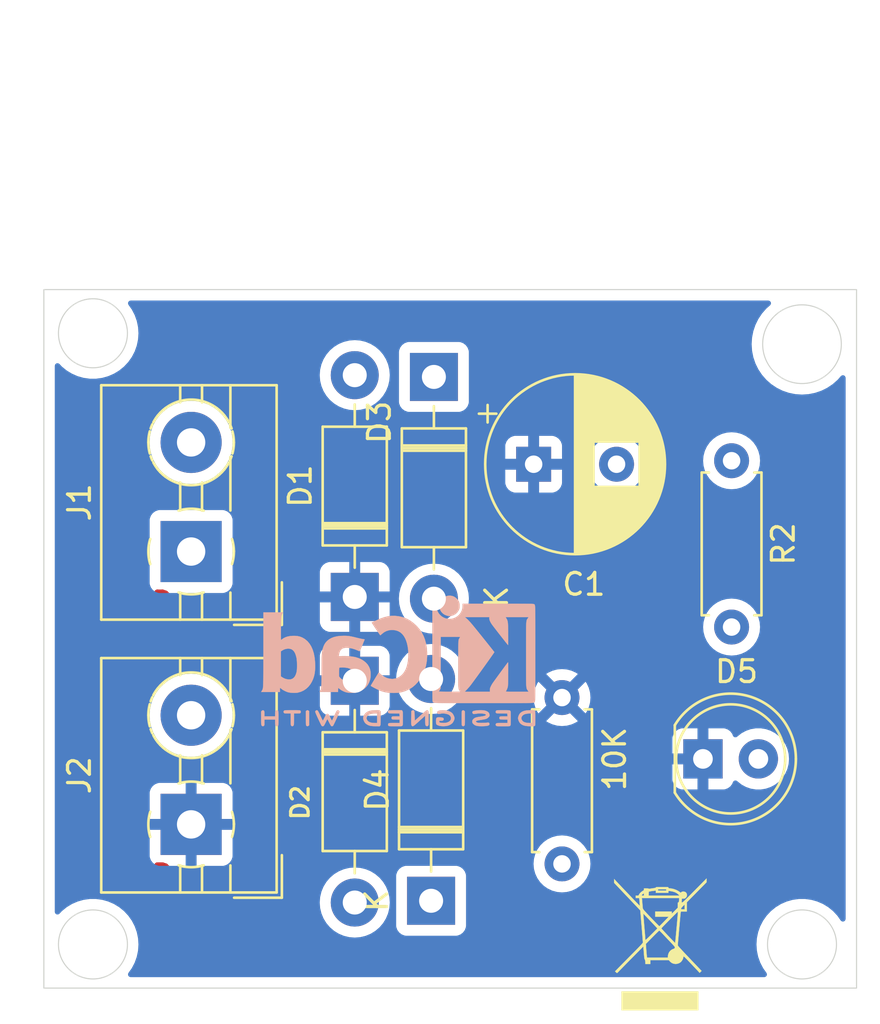
<source format=kicad_pcb>
(kicad_pcb (version 20240108) (generator "pcbnew") (generator_version "8.0")
  (layers (0 "F.Cu" signal) (31 "B.Cu" signal) (34 "B.Paste" user) (35 "F.Paste" user) (36 "B.SilkS" user "B.Silkscreen") (37 "F.SilkS" user "F.Silkscreen") (38 "B.Mask" user) (39 "F.Mask" user) (44 "Edge.Cuts" user))
  (net 0 "")
  (net 1 "/+VE")
  (net 2 "GND")
  (net 3 "Net-(D1-A)")
  (net 4 "Net-(D2-A)")
  (net 5 "Net-(D5-A)")
  (footprint "Resistor_THT:R_Axial_DIN0207_L6.3mm_D2.5mm_P7.62mm_Horizontal" (layer "F.Cu") (at 146.5 98.19 -90)
    (property "Reference" "10K" (at 2.81 -2.41 90) (layer "F.SilkS"))
    (property "Value" "10K" (hide yes))
    (pad "1" thru_hole circle (at 0 0 270) (size 1.6 1.6) (drill 0.8) (layers "*.Cu" "*.Mask") (net 2 "GND"))
    (pad "2" thru_hole oval (at 7.62 0 270) (size 1.6 1.6) (drill 0.8) (layers "*.Cu" "*.Mask") (net 1 "/+VE"))
  )
  (footprint "TerminalBlock:TerminalBlock_MaiXu_MX126-5.0-02P_1x02_P5.00mm" (layer "F.Cu") (at 129.5 104 90)
    (property "Reference" "J2" (at 2.25 -5.12 90) (layer "F.SilkS"))
    (property "Value" "OUTPUT")
    (pad "1" thru_hole rect (at 0 0 90) (size 2.8 2.8) (drill 1.3) (layers "*.Cu" "*.Mask") (net 2 "GND"))
    (pad "2" thru_hole circle (at 5 0 90) (size 2.8 2.8) (drill 1.3) (layers "*.Cu" "*.Mask") (net 1 "/+VE"))
  )
  (footprint "Diode_THT:D_DO-41_SOD81_P10.16mm_Horizontal" (layer "F.Cu") (at 137 97.42 -90)
    (property "Reference" "D2" (at 5.58 2.5 90) (layer "F.SilkS") (effects (font (size 0.8 0.8))))
    (property "Value" "1N4007" (hide yes))
    (pad "1" thru_hole rect (at 0 0 270) (size 2.2 2.2) (drill 1.1) (layers "*.Cu" "*.Mask") (net 2 "GND"))
    (pad "2" thru_hole oval (at 10.16 0 270) (size 2.2 2.2) (drill 1.1) (layers "*.Cu" "*.Mask") (net 4 "Net-(D2-A)"))
  )
  (footprint "Capacitor_THT:CP_Radial_D8.0mm_P3.80mm" (layer "F.Cu") (at 145.2 87.5)
    (property "Reference" "C1" (at 2.3 5.5 0) (layer "F.SilkS"))
    (property "Value" "C" (hide yes))
    (pad "1" thru_hole rect (at 0 0) (size 1.6 1.6) (drill 0.8) (layers "*.Cu" "*.Mask") (net 2 "GND"))
    (pad "2" thru_hole circle (at 3.8 0) (size 1.6 1.6) (drill 0.8) (layers "*.Cu" "*.Mask") (net 1 "/+VE"))
  )
  (footprint "LED_THT:LED_D5.0mm" (layer "F.Cu") (at 152.96 101)
    (property "Reference" "D5" (at 1.54 -4 0) (layer "F.SilkS"))
    (property "Value" "LED(5mm)")
    (pad "1" thru_hole rect (at 0 0) (size 1.8 1.8) (drill 0.9) (layers "*.Cu" "*.Mask") (net 2 "GND"))
    (pad "2" thru_hole circle (at 2.54 0) (size 1.8 1.8) (drill 0.9) (layers "*.Cu" "*.Mask") (net 5 "Net-(D5-A)"))
  )
  (footprint "TerminalBlock:TerminalBlock_MaiXu_MX126-5.0-02P_1x02_P5.00mm" (layer "F.Cu") (at 129.5 91.5 90)
    (property "Reference" "J1" (at 2.25 -5.12 90) (layer "F.SilkS"))
    (property "Value" "INPUT")
    (pad "1" thru_hole rect (at 0 0 90) (size 2.8 2.8) (drill 1.3) (layers "*.Cu" "*.Mask") (net 4 "Net-(D2-A)"))
    (pad "2" thru_hole circle (at 5 0 90) (size 2.8 2.8) (drill 1.3) (layers "*.Cu" "*.Mask") (net 3 "Net-(D1-A)"))
  )
  (footprint "Diode_THT:D_DO-41_SOD81_P10.16mm_Horizontal" (layer "F.Cu") (at 140.5 107.5 90)
    (property "Reference" "D4" (at 5.08 -2.47 90) (layer "F.SilkS"))
    (property "Value" "1N4007" (hide yes))
    (fp_text user "K" (at 0 -2.5 90) (layer "F.SilkS"))
    (pad "1" thru_hole rect (at 0 0 90) (size 2.2 2.2) (drill 1.1) (layers "*.Cu" "*.Mask") (net 4 "Net-(D2-A)"))
    (pad "2" thru_hole oval (at 10.16 0 90) (size 2.2 2.2) (drill 1.1) (layers "*.Cu" "*.Mask") (net 1 "/+VE"))
  )
  (footprint "Diode_THT:D_DO-41_SOD81_P10.16mm_Horizontal" (layer "F.Cu") (at 137 93.58 90)
    (property "Reference" "D1" (at 5.08 -2.5 90) (layer "F.SilkS"))
    (property "Value" "1N4007")
    (fp_text user "K" (at 0 6.5 90) (layer "F.SilkS"))
    (pad "1" thru_hole rect (at 0 0 90) (size 2.2 2.2) (drill 1.1) (layers "*.Cu" "*.Mask") (net 2 "GND"))
    (pad "2" thru_hole oval (at 10.16 0 90) (size 2.2 2.2) (drill 1.1) (layers "*.Cu" "*.Mask") (net 3 "Net-(D1-A)"))
  )
  (footprint "Resistor_THT:R_Axial_DIN0207_L6.3mm_D2.5mm_P7.62mm_Horizontal" (layer "F.Cu") (at 154.272651 87.34 -90)
    (property "Reference" "R2" (at 3.81 -2.37 90) (layer "F.SilkS"))
    (property "Value" "2.2K")
    (pad "1" thru_hole circle (at 0 0 270) (size 1.6 1.6) (drill 0.8) (layers "*.Cu" "*.Mask") (net 5 "Net-(D5-A)"))
    (pad "2" thru_hole oval (at 7.62 0 270) (size 1.6 1.6) (drill 0.8) (layers "*.Cu" "*.Mask") (net 1 "/+VE"))
  )
  (footprint "Symbol:WEEE-Logo_4.2x6mm_SilkScreen" (layer "F.Cu") (at 151 109.5)
    (property "Reference" "REF**" (hide yes))
    (property "Value" "WEEE-Logo_4.2x6mm_SilkScreen" (hide yes))
  )
  (footprint "Diode_THT:D_DO-41_SOD81_P10.16mm_Horizontal" (layer "F.Cu") (at 140.627651 83.5 -90)
    (property "Reference" "D3" (at 2.08 2.5 90) (layer "F.SilkS"))
    (property "Value" "1N4007")
    (pad "1" thru_hole rect (at 0 0 270) (size 2.2 2.2) (drill 1.1) (layers "*.Cu" "*.Mask") (net 3 "Net-(D1-A)"))
    (pad "2" thru_hole oval (at 10.16 0 270) (size 2.2 2.2) (drill 1.1) (layers "*.Cu" "*.Mask") (net 1 "/+VE"))
  )
  (footprint "Symbol:KiCad-Logo2_5mm_SilkScreen" (layer "B.Cu") (at 139 96.5 180)
    (property "Reference" "REF**" (hide yes))
    (property "Value" "KiCad-Logo2_5mm_SilkScreen" (hide yes))
  )
  (gr_rect (start 122.75 79.5) (end 160 111.5) (stroke (width 0.05)) (fill none) (layer "Edge.Cuts"))
  (gr_circle (center 157.5 109.5) (end 159 110) (stroke (width 0.05)) (fill none) (layer "Edge.Cuts"))
  (gr_circle (center 125 81.5) (end 126.5 81) (stroke (width 0.05)) (fill none) (layer "Edge.Cuts"))
  (gr_circle (center 125 109.5) (end 126.5 109) (stroke (width 0.05)) (fill none) (layer "Edge.Cuts"))
  (gr_circle (center 157.5 82) (end 159 83) (stroke (width 0.05)) (fill none) (layer "Edge.Cuts"))
  (gr_text "GND" (at 125.5 107 0) (layer "F.Cu") (effects (font (size 1 1) (thickness 0.25) (bold yes)) (justify left bottom)))
  (gr_text "100uF" (at 145 83 0) (layer "F.Cu") (effects (font (size 1 1) (thickness 0.125) (bold yes)) (justify left bottom)))
  (gr_text "AC to DC Converter" (at 147.5 81 0) (layer "F.Cu") (effects (font (size 0.5 0.5) (thickness 0.125) (bold yes)) (justify left bottom)))
  (gr_text "GND" (at 125.5 94.5 0) (layer "F.Cu") (effects (font (size 1 1) (thickness 0.25) (bold yes)) (justify left bottom)))
  (segment (start 140.5 97.5) (end 140.5 97.34) (width 1) (layer "B.Cu") (net 1))
  (segment (start 140.5 93.787651) (end 140.627651 93.66) (width 1) (layer "B.Cu") (net 1))
  (segment (start 140.547651 83.42) (end 140.627651 83.5) (width 1) (layer "B.Cu") (net 3))
  (segment (start 140.42 107.58) (end 140.5 107.5) (width 1) (layer "B.Cu") (net 4))
  (zone (net 2) (net_name "GND") (layer "B.Cu") (connect_pads (clearance 0.5)) (min_thickness 0.25) (fill yes (thermal_gap 0.5) (thermal_bridge_width 0.5))
    (polygon (pts (xy 122.48 78.96) (xy 160.85 79.16) (xy 161.1 112.75) (xy 120.74 113.17) (xy 122.3 78.91)))
  )
)
</source>
